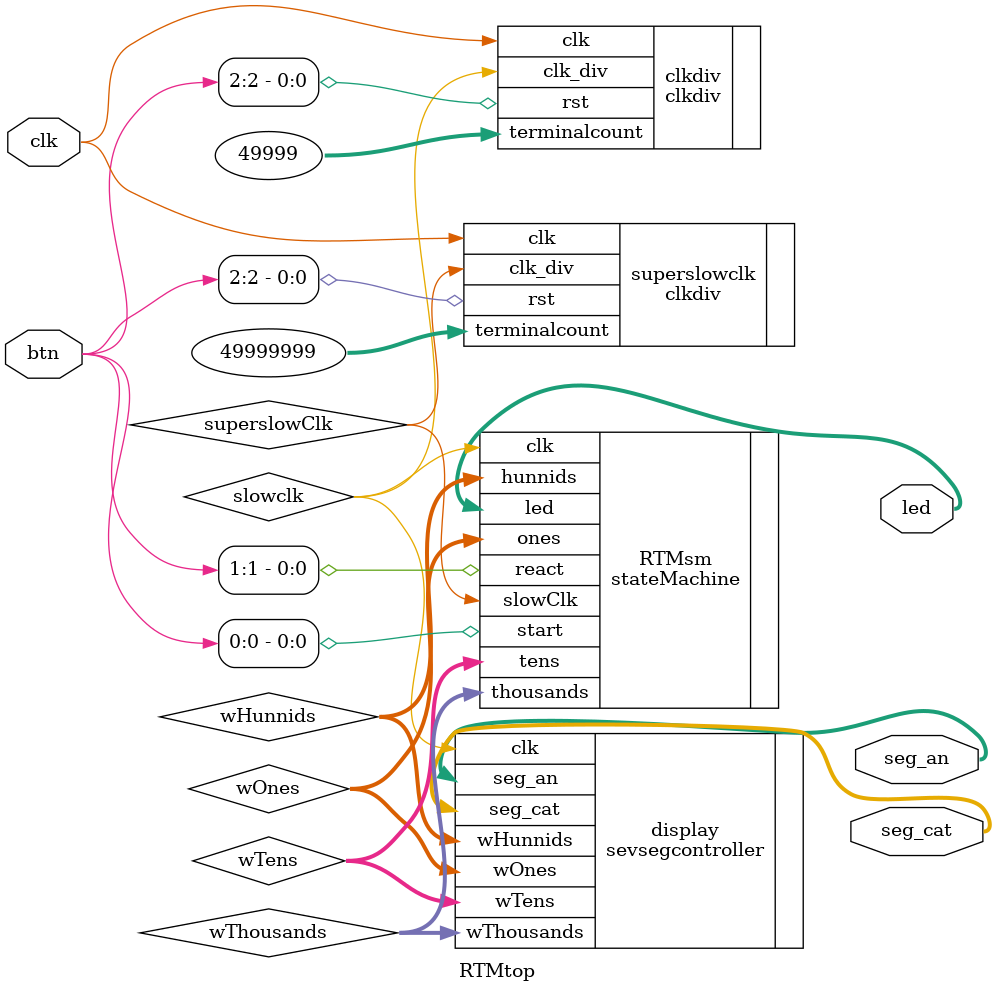
<source format=v>
`timescale 1ns / 1ps
module RTMtop(
    input clk,
    input [2:0] btn,
    output [1:0] led,
    output [3:0] seg_an,
    output [6:0] seg_cat
);

wire slowclk;
wire superslowClk;
wire [3:0] wOnes, wTens, wHunnids, wThousands;

clkdiv clkdiv(.clk(clk), .rst(btn[2]), .terminalcount(49999), .clk_div(slowclk));
clkdiv superslowclk(.clk(clk), .rst(btn[2]), .terminalcount(50000000-1), .clk_div(superslowClk));
stateMachine RTMsm(.start(btn[0]), .react(btn[1]), .clk(slowclk), .slowClk(superslowClk), .led(led[1:0]),.ones(wOnes),
    .tens(wTens), .hunnids(wHunnids), .thousands(wThousands));
sevsegcontroller display(.clk(slowclk), .wOnes(wOnes), .wTens(wTens),
    .wHunnids(wHunnids), .wThousands(wThousands), .seg_an(seg_an), .seg_cat(seg_cat));


endmodule

</source>
